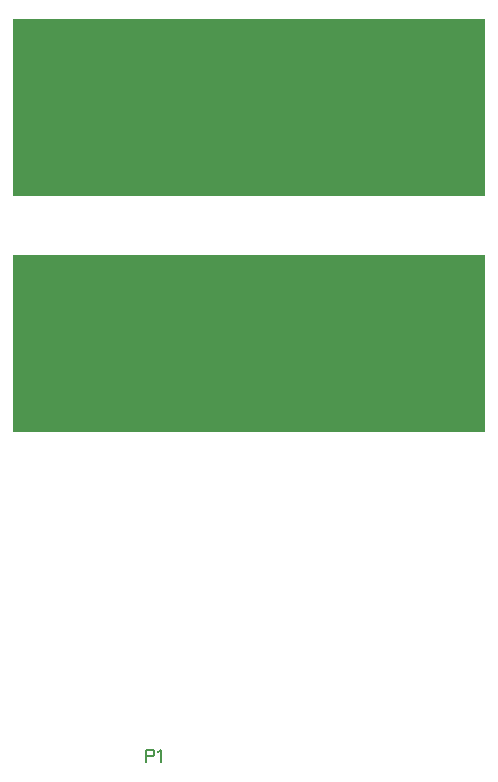
<source format=gto>
G04 Layer: TopSilkscreenLayer*
G04 EasyEDA v6.5.20, 2023-01-09 08:49:07*
G04 a67cddfb3fce44daa9051d46cbbcc19f,10*
G04 Gerber Generator version 0.2*
G04 Scale: 100 percent, Rotated: No, Reflected: No *
G04 Dimensions in millimeters *
G04 leading zeros omitted , absolute positions ,4 integer and 5 decimal *
%FSLAX45Y45*%
%MOMM*%

%ADD10C,0.1524*%

%LPD*%
D10*
X1624947Y815339D02*
G01*
X1624947Y706120D01*
X1624947Y815339D02*
G01*
X1671683Y815339D01*
X1687431Y810260D01*
X1692511Y804926D01*
X1697845Y794512D01*
X1697845Y779018D01*
X1692511Y768604D01*
X1687431Y763270D01*
X1671683Y758189D01*
X1624947Y758189D01*
X1732135Y794512D02*
G01*
X1742295Y799845D01*
X1758043Y815339D01*
X1758043Y706120D01*
G36*
X499973Y6999986D02*
G01*
X499973Y5499963D01*
X4499965Y5499963D01*
X4499965Y6999986D01*
G37*
G36*
X499973Y4999990D02*
G01*
X499973Y3500018D01*
X4499965Y3500018D01*
X4499965Y4999990D01*
G37*
M02*

</source>
